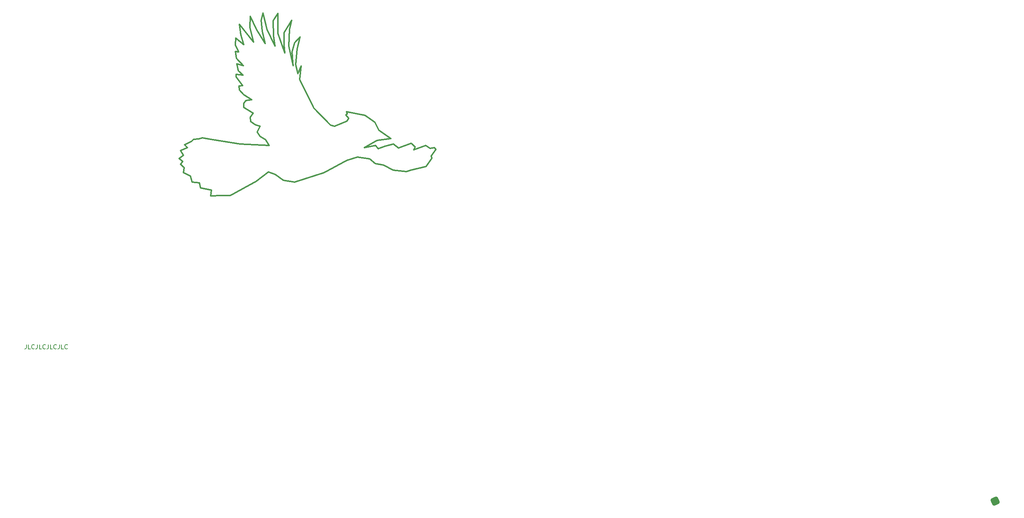
<source format=gto>
G04 #@! TF.GenerationSoftware,KiCad,Pcbnew,(6.0.5)*
G04 #@! TF.CreationDate,2022-10-04T21:37:59-03:00*
G04 #@! TF.ProjectId,bluejay_base,626c7565-6a61-4795-9f62-6173652e6b69,rev?*
G04 #@! TF.SameCoordinates,Original*
G04 #@! TF.FileFunction,Legend,Top*
G04 #@! TF.FilePolarity,Positive*
%FSLAX46Y46*%
G04 Gerber Fmt 4.6, Leading zero omitted, Abs format (unit mm)*
G04 Created by KiCad (PCBNEW (6.0.5)) date 2022-10-04 21:37:59*
%MOMM*%
%LPD*%
G01*
G04 APERTURE LIST*
%ADD10C,0.150000*%
%ADD11C,0.311607*%
%ADD12C,1.000000*%
%ADD13C,4.400000*%
G04 APERTURE END LIST*
D10*
X-85119047Y-34782380D02*
X-85119047Y-35496666D01*
X-85166666Y-35639523D01*
X-85261904Y-35734761D01*
X-85404761Y-35782380D01*
X-85500000Y-35782380D01*
X-84166666Y-35782380D02*
X-84642857Y-35782380D01*
X-84642857Y-34782380D01*
X-83261904Y-35687142D02*
X-83309523Y-35734761D01*
X-83452380Y-35782380D01*
X-83547619Y-35782380D01*
X-83690476Y-35734761D01*
X-83785714Y-35639523D01*
X-83833333Y-35544285D01*
X-83880952Y-35353809D01*
X-83880952Y-35210952D01*
X-83833333Y-35020476D01*
X-83785714Y-34925238D01*
X-83690476Y-34830000D01*
X-83547619Y-34782380D01*
X-83452380Y-34782380D01*
X-83309523Y-34830000D01*
X-83261904Y-34877619D01*
X-82547619Y-34782380D02*
X-82547619Y-35496666D01*
X-82595238Y-35639523D01*
X-82690476Y-35734761D01*
X-82833333Y-35782380D01*
X-82928571Y-35782380D01*
X-81595238Y-35782380D02*
X-82071428Y-35782380D01*
X-82071428Y-34782380D01*
X-80690476Y-35687142D02*
X-80738095Y-35734761D01*
X-80880952Y-35782380D01*
X-80976190Y-35782380D01*
X-81119047Y-35734761D01*
X-81214285Y-35639523D01*
X-81261904Y-35544285D01*
X-81309523Y-35353809D01*
X-81309523Y-35210952D01*
X-81261904Y-35020476D01*
X-81214285Y-34925238D01*
X-81119047Y-34830000D01*
X-80976190Y-34782380D01*
X-80880952Y-34782380D01*
X-80738095Y-34830000D01*
X-80690476Y-34877619D01*
X-79976190Y-34782380D02*
X-79976190Y-35496666D01*
X-80023809Y-35639523D01*
X-80119047Y-35734761D01*
X-80261904Y-35782380D01*
X-80357142Y-35782380D01*
X-79023809Y-35782380D02*
X-79500000Y-35782380D01*
X-79500000Y-34782380D01*
X-78119047Y-35687142D02*
X-78166666Y-35734761D01*
X-78309523Y-35782380D01*
X-78404761Y-35782380D01*
X-78547619Y-35734761D01*
X-78642857Y-35639523D01*
X-78690476Y-35544285D01*
X-78738095Y-35353809D01*
X-78738095Y-35210952D01*
X-78690476Y-35020476D01*
X-78642857Y-34925238D01*
X-78547619Y-34830000D01*
X-78404761Y-34782380D01*
X-78309523Y-34782380D01*
X-78166666Y-34830000D01*
X-78119047Y-34877619D01*
X-77404761Y-34782380D02*
X-77404761Y-35496666D01*
X-77452380Y-35639523D01*
X-77547619Y-35734761D01*
X-77690476Y-35782380D01*
X-77785714Y-35782380D01*
X-76452380Y-35782380D02*
X-76928571Y-35782380D01*
X-76928571Y-34782380D01*
X-75547619Y-35687142D02*
X-75595238Y-35734761D01*
X-75738095Y-35782380D01*
X-75833333Y-35782380D01*
X-75976190Y-35734761D01*
X-76071428Y-35639523D01*
X-76119047Y-35544285D01*
X-76166666Y-35353809D01*
X-76166666Y-35210952D01*
X-76119047Y-35020476D01*
X-76071428Y-34925238D01*
X-75976190Y-34830000D01*
X-75833333Y-34782380D01*
X-75738095Y-34782380D01*
X-75595238Y-34830000D01*
X-75547619Y-34877619D01*
D11*
X-23768264Y38789015D02*
X-23255432Y40897328D01*
X-44509601Y1751068D02*
X-41945436Y1295216D01*
X-46503946Y3175602D02*
X-46503946Y3175602D01*
X-32999261Y39187884D02*
X-32999261Y39187884D01*
X-10434698Y8189980D02*
X-10434698Y8189980D01*
X-1887479Y7107334D02*
X-1887479Y7107334D01*
X-48327356Y6537506D02*
X-48327356Y6537506D01*
X-22571746Y3118633D02*
X-22571746Y3118633D01*
X-177919Y13318312D02*
X-2970014Y15255680D01*
X-18127080Y20440994D02*
X-18127080Y20440994D01*
X-14195360Y16395311D02*
X-14195360Y16395311D01*
X8995974Y11039055D02*
X7970309Y11722832D01*
X-34480804Y21466658D02*
X-34423854Y20611935D01*
X-25021854Y37991275D02*
X-25021854Y37991275D01*
X-26503376Y42492809D02*
X-26503376Y42492809D01*
X-1545595Y11551887D02*
X-1545595Y11551887D01*
X-27073278Y4885056D02*
X-25192890Y3517502D01*
X-35107571Y37478442D02*
X-35107571Y37478442D01*
X-36247197Y28247448D02*
X-36247197Y27677633D01*
X-18127080Y20440994D02*
X-21432003Y27107822D01*
X-35506441Y25569321D02*
X-35449491Y24657618D01*
X-34423793Y35199184D02*
X-36304182Y36737683D01*
X-22571746Y3118633D02*
X-15733972Y5340908D01*
X-41945436Y1295216D02*
X-41945436Y1295216D01*
X-14195360Y16395311D02*
X-18127080Y20440994D01*
X-26503376Y37877313D02*
X-26503376Y42492809D01*
X-41945436Y1295216D02*
X-42116380Y-72338D01*
X-21830879Y28475376D02*
X-21830879Y28475376D01*
D12*
X140856379Y-70788940D02*
X140856379Y-70788940D01*
D11*
X-6332037Y11153019D02*
X-3369005Y12862461D01*
X9451827Y8759796D02*
X9280882Y9215649D01*
X-31574810Y3346558D02*
X-28668756Y5511852D01*
X-28554798Y11665848D02*
X-35335584Y12007736D01*
X-36304182Y36737683D02*
X-36418139Y35142202D01*
X-35107571Y37478442D02*
X-34423793Y35199184D01*
X-48270368Y11893770D02*
X-48270368Y11893770D01*
X-36418139Y33603704D02*
X-36133237Y32008224D01*
X-31574810Y3346558D02*
X-31574810Y3346558D01*
X-1887479Y7107334D02*
X334788Y5910725D01*
X-36304182Y36737683D02*
X-36304182Y36737683D01*
X-27472055Y37250516D02*
X-27472055Y37250516D01*
X-23027483Y31096522D02*
X-23027483Y31096522D01*
X-21033134Y30241800D02*
X-21830879Y28475376D01*
X-46902813Y4600140D02*
X-46503946Y3175602D01*
X-34537752Y30298780D02*
X-34537752Y30298780D01*
X-36247197Y27677633D02*
X-36247197Y27677633D01*
X-30378110Y40897328D02*
X-30093208Y38390146D01*
X-3141080Y10925095D02*
X-3710893Y11665852D01*
X-29010555Y38789015D02*
X-29010555Y38789015D01*
X-36418139Y33603704D02*
X-36418139Y33603704D01*
X-3369005Y12862461D02*
X-177919Y13318312D01*
X-3824853Y7449223D02*
X-1887479Y7107334D01*
X-34423854Y20611935D02*
X-32258556Y19187399D01*
X-7927518Y8987720D02*
X-7927518Y8987720D01*
X-23939209Y34914277D02*
X-23768264Y38789015D01*
X-33967971Y22207417D02*
X-33967971Y22207417D01*
X4494441Y5967709D02*
X8027285Y6765450D01*
X-15733972Y5340908D02*
X-10434698Y8189980D01*
X-3710893Y11665852D02*
X-3710893Y11665852D01*
X-48669244Y7962048D02*
X-48669244Y7962048D01*
X-36247197Y28247448D02*
X-36247197Y28247448D01*
X-44110725Y13489252D02*
X-44110725Y13489252D01*
X-34708697Y25683283D02*
X-35506441Y25569321D01*
X-10320623Y19073439D02*
X-10662504Y18788534D01*
X4608397Y12178686D02*
X1588385Y11096039D01*
X-23939209Y34914277D02*
X-23939209Y34914277D01*
X-31346885Y14856806D02*
X-31346885Y14856806D01*
X7970309Y11722832D02*
X7970309Y11722832D01*
X-44908468Y13204346D02*
X-44908468Y13204346D01*
X-13283659Y16167385D02*
X-13283659Y16167385D01*
X-41603547Y13033401D02*
X-41603547Y13033401D01*
X-42116380Y-72338D02*
X-39609193Y-15347D01*
X-48270368Y11893770D02*
X-47586591Y11153011D01*
X-9978735Y18047773D02*
X-10377603Y17363995D01*
X-10491567Y19529291D02*
X-10491567Y19529291D01*
X-48327356Y6537506D02*
X-48498300Y5340897D01*
X-35506441Y25569321D02*
X-35506441Y25569321D01*
X-27586019Y40783366D02*
X-27586019Y40783366D01*
X-9978735Y18047773D02*
X-9978735Y18047773D01*
X-10491567Y19529291D02*
X-10320623Y19073439D01*
X-34594739Y28076504D02*
X-34594739Y28076504D01*
X-48498300Y5340897D02*
X-48498300Y5340897D01*
X-23255432Y40897328D02*
X-23255432Y40897328D01*
X-25021854Y35142203D02*
X-24850910Y33318797D01*
X-34423826Y23574970D02*
X-34423826Y23574970D01*
X-25192890Y3517502D02*
X-25192890Y3517502D01*
X9964652Y11209999D02*
X9964652Y11209999D01*
X-26503376Y37877313D02*
X-26503376Y37877313D01*
X334788Y5910725D02*
X3468775Y5625820D01*
X5520106Y11323963D02*
X4608397Y12178686D01*
X-35449461Y39928644D02*
X-35449461Y39928644D01*
X-31346885Y14856806D02*
X-30606121Y13774160D01*
X-32828405Y17307009D02*
X-32828405Y17307009D01*
X-6160970Y18674568D02*
X-6160970Y18674568D01*
X-35335584Y12007736D02*
X-41603547Y13033401D01*
X-36418139Y35142202D02*
X-36418139Y35142202D01*
X-25021854Y37991275D02*
X-25021854Y35142203D01*
X-24850910Y33318797D02*
X-24850910Y33318797D01*
X-35620404Y33489740D02*
X-36418139Y33603704D01*
X-35620404Y33489740D02*
X-35620404Y33489740D01*
X8027285Y6765450D02*
X8027285Y6765450D01*
X-49182077Y10526215D02*
X-49182077Y10526215D01*
X-29922264Y42606772D02*
X-30378110Y40897328D01*
X-49182077Y7278267D02*
X-49182077Y7278267D01*
X-30093208Y38390146D02*
X-30093208Y38390146D01*
X-7927518Y8987720D02*
X-5078443Y8588852D01*
X-29352531Y13033401D02*
X-29352531Y13033401D01*
X-13283659Y16167385D02*
X-14195360Y16395311D01*
X-31745752Y16509270D02*
X-31745752Y16509270D01*
X-10320623Y19073439D02*
X-10320623Y19073439D01*
X-10377603Y17363995D02*
X-13283659Y16167385D01*
X-2970014Y15255680D02*
X-3881715Y17136068D01*
X-26503376Y42492809D02*
X-27586019Y40783366D01*
X-29466409Y35484092D02*
X-31460763Y38789015D01*
X-35449491Y24657618D02*
X-34423826Y23574970D01*
X-32258556Y19187399D02*
X-32258556Y19187399D01*
X-15733972Y5340908D02*
X-15733972Y5340908D01*
X-27586019Y40783366D02*
X-27472055Y37250516D01*
X-25192890Y3517502D02*
X-22571746Y3118633D01*
X1588385Y11096039D02*
X448752Y12064722D01*
X-3141080Y10925095D02*
X-3141080Y10925095D01*
X-21033134Y30241800D02*
X-21033134Y30241800D01*
X4608397Y12178686D02*
X4608397Y12178686D01*
X-30378110Y40897328D02*
X-30378110Y40897328D01*
X-21432003Y27107822D02*
X-21033134Y30241800D01*
X-32885355Y18332674D02*
X-32885355Y18332674D01*
X-44509601Y1751068D02*
X-44509601Y1751068D01*
X1588385Y11096039D02*
X1588385Y11096039D01*
X-46503946Y3175602D02*
X-44794503Y2947678D01*
X-47586591Y11153011D02*
X-49182077Y10526215D01*
X-36133237Y32008224D02*
X-36133237Y32008224D01*
X-37557861Y41634D02*
X-31574810Y3346558D01*
X-3881715Y17136068D02*
X-6160970Y18674568D01*
X-41603547Y13033401D02*
X-44110725Y13489252D01*
X-35449491Y24657618D02*
X-35449491Y24657618D01*
X-32258556Y19187399D02*
X-32885355Y18332674D01*
X-29352531Y13033401D02*
X-28554798Y11665848D01*
X-29010555Y38789015D02*
X-29922264Y42606772D01*
X-35677384Y29102170D02*
X-34594739Y28076504D01*
X-10434698Y8189980D02*
X-7927518Y8987720D01*
X-1545595Y11551887D02*
X-3141080Y10925095D01*
X-32144531Y35825980D02*
X-35449461Y39928644D01*
X-27130167Y34857296D02*
X-27130167Y34857296D01*
X-22001823Y34230501D02*
X-21318046Y36965611D01*
X-29922264Y42606772D02*
X-29922264Y42606772D01*
X-10662504Y18788534D02*
X-9978735Y18047773D01*
X-46902813Y4600140D02*
X-46902813Y4600140D01*
X-3710893Y11665852D02*
X-6332037Y11153019D01*
X-27073278Y4885056D02*
X-27073278Y4885056D01*
X9964652Y11209999D02*
X8995974Y11039055D01*
X-36418139Y35142202D02*
X-35620404Y33489740D01*
X-30093208Y38390146D02*
X-29466409Y35484092D01*
X-34708697Y25683283D02*
X-34708697Y25683283D01*
X-25021854Y35142203D02*
X-25021854Y35142203D01*
X-21318046Y36965611D02*
X-22628614Y35655037D01*
X-32885297Y41866012D02*
X-32885297Y41866012D01*
X448752Y12064722D02*
X448752Y12064722D01*
X-2970014Y15255680D02*
X-2970014Y15255680D01*
D12*
X140124934Y-71154663D02*
X140856379Y-70788940D01*
D11*
X-21318046Y36965611D02*
X-21318046Y36965611D01*
X-23198427Y33489742D02*
X-23027483Y31096522D01*
X-31745752Y16509270D02*
X-30606121Y16167379D01*
X-46105079Y13090382D02*
X-46674891Y12634531D01*
X-32144531Y35825980D02*
X-32144531Y35825980D01*
D12*
X141222102Y-71520386D02*
X140490656Y-71886108D01*
D11*
X-34480804Y21466658D02*
X-34480804Y21466658D01*
X-32999261Y39187884D02*
X-32144531Y35825980D01*
X-28554798Y11665848D02*
X-28554798Y11665848D01*
X334788Y5910725D02*
X334788Y5910725D01*
X-49523966Y8645824D02*
X-48669244Y7962048D01*
X9280882Y9215649D02*
X10363528Y10754147D01*
X-39609193Y-15347D02*
X-37557861Y41634D01*
X-30606121Y13774160D02*
X-29352531Y13033401D01*
X-34423854Y20611935D02*
X-34423854Y20611935D01*
X-3824853Y7449223D02*
X-3824853Y7449223D01*
X-29466409Y35484092D02*
X-29466409Y35484092D01*
X448752Y12064722D02*
X-1545595Y11551887D01*
X-10377603Y17363995D02*
X-10377603Y17363995D01*
X-49523966Y8645824D02*
X-49523966Y8645824D01*
X-48498300Y5340897D02*
X-46902813Y4600140D01*
X8027285Y6765450D02*
X9451827Y8759796D01*
X-32885355Y18332674D02*
X-32828405Y17307009D01*
X-30606121Y13774160D02*
X-30606121Y13774160D01*
X-35677384Y29102170D02*
X-35677384Y29102170D01*
X-31460763Y38789015D02*
X-31460763Y38789015D01*
X-30606121Y16167379D02*
X-30606121Y16167379D01*
X-44794503Y2947678D02*
X-44509601Y1751068D01*
X-32828405Y17307009D02*
X-31745752Y16509270D01*
X-32885297Y41866012D02*
X-32999261Y39187884D01*
X-24850910Y33318797D02*
X-26503376Y37877313D01*
X-37557861Y41634D02*
X-37557861Y41634D01*
X-22628614Y35655037D02*
X-23198427Y33489742D01*
X-33967971Y22207417D02*
X-34480804Y21466658D01*
X-44908468Y13204346D02*
X-46105079Y13090382D01*
X-23198427Y33489742D02*
X-23198427Y33489742D01*
X-46674891Y12634531D02*
X-48270368Y11893770D01*
X-31460763Y38789015D02*
X-32885297Y41866012D01*
X-34537752Y30298780D02*
X-36076251Y30754631D01*
X-46674891Y12634531D02*
X-46674891Y12634531D01*
X3468775Y5625820D02*
X3468775Y5625820D01*
X-3881715Y17136068D02*
X-3881715Y17136068D01*
X-28668756Y5511852D02*
X-28668756Y5511852D01*
X-27472055Y37250516D02*
X-27130167Y34857296D01*
X-42116380Y-72338D02*
X-42116380Y-72338D01*
X-3369005Y12862461D02*
X-3369005Y12862461D01*
X-46105079Y13090382D02*
X-46105079Y13090382D01*
D12*
X140856379Y-70788940D02*
X141222102Y-71520386D01*
X141222102Y-71520386D02*
X141222102Y-71520386D01*
D11*
X10363528Y10754147D02*
X9964652Y11209999D01*
X-6332037Y11153019D02*
X-6332037Y11153019D01*
X-36133237Y32008224D02*
X-34537752Y30298780D01*
X-22001823Y34230501D02*
X-22001823Y34230501D01*
X-32600416Y22321379D02*
X-33967971Y22207417D01*
X-23027483Y31096522D02*
X-22970533Y30298782D01*
X-5078443Y8588852D02*
X-3824853Y7449223D01*
X-36247197Y27677633D02*
X-34708697Y25683283D01*
X-22343711Y30583691D02*
X-22343711Y30583691D01*
X-22970533Y30298782D02*
X-22970533Y30298782D01*
X-21830879Y28475376D02*
X-22343711Y30583691D01*
X-49182077Y7278267D02*
X-48327356Y6537506D01*
X-36076251Y30754631D02*
X-35677384Y29102170D01*
X-35335584Y12007736D02*
X-35335584Y12007736D01*
X-48498300Y9386585D02*
X-49523966Y8645824D01*
X-34423793Y35199184D02*
X-34423793Y35199184D01*
D12*
X140124934Y-71154663D02*
X140124934Y-71154663D01*
X140490656Y-71886108D02*
X140124934Y-71154663D01*
D11*
X-5078443Y8588852D02*
X-5078443Y8588852D01*
X-32600416Y22321379D02*
X-32600416Y22321379D01*
X-22343711Y30583691D02*
X-22001823Y34230501D01*
X-22628614Y35655037D02*
X-22628614Y35655037D01*
X-28668756Y5511852D02*
X-27073278Y4885056D01*
X-10662504Y18788534D02*
X-10662504Y18788534D01*
X-34423826Y23574970D02*
X-32600416Y22321379D01*
X8995974Y11039055D02*
X8995974Y11039055D01*
X-6160970Y18674568D02*
X-10491567Y19529291D01*
X7970309Y11722832D02*
X5178210Y10697166D01*
X5178210Y10697166D02*
X5520106Y11323963D01*
X10363528Y10754147D02*
X10363528Y10754147D01*
X3468775Y5625820D02*
X4494441Y5967709D01*
X-34594739Y28076504D02*
X-36247197Y28247448D01*
X-49182077Y10526215D02*
X-48498300Y9386585D01*
X5520106Y11323963D02*
X5520106Y11323963D01*
X-36076251Y30754631D02*
X-36076251Y30754631D01*
X-48669244Y7962048D02*
X-49182077Y7278267D01*
X-44794503Y2947678D02*
X-44794503Y2947678D01*
X-21432003Y27107822D02*
X-21432003Y27107822D01*
X-35449461Y39928644D02*
X-35107571Y37478442D01*
X-27130167Y34857296D02*
X-29010555Y38789015D01*
X4494441Y5967709D02*
X4494441Y5967709D01*
X9280882Y9215649D02*
X9280882Y9215649D01*
X-30606121Y16167379D02*
X-31346885Y14856806D01*
X9451827Y8759796D02*
X9451827Y8759796D01*
X5178210Y10697166D02*
X5178210Y10697166D01*
X-44110725Y13489252D02*
X-44908468Y13204346D01*
X-23768264Y38789015D02*
X-23768264Y38789015D01*
X-23255432Y40897328D02*
X-25021854Y37991275D01*
X-48498300Y9386585D02*
X-48498300Y9386585D01*
X-39609193Y-15347D02*
X-39609193Y-15347D01*
X-47586591Y11153011D02*
X-47586591Y11153011D01*
X-22970533Y30298782D02*
X-23939209Y34914277D01*
%LPC*%
D13*
X-29150000Y-9550000D03*
X-29090000Y28590000D03*
X9000000Y28600000D03*
X40230000Y-63820000D03*
X9300000Y-31520000D03*
X-66800000Y2400000D03*
M02*

</source>
